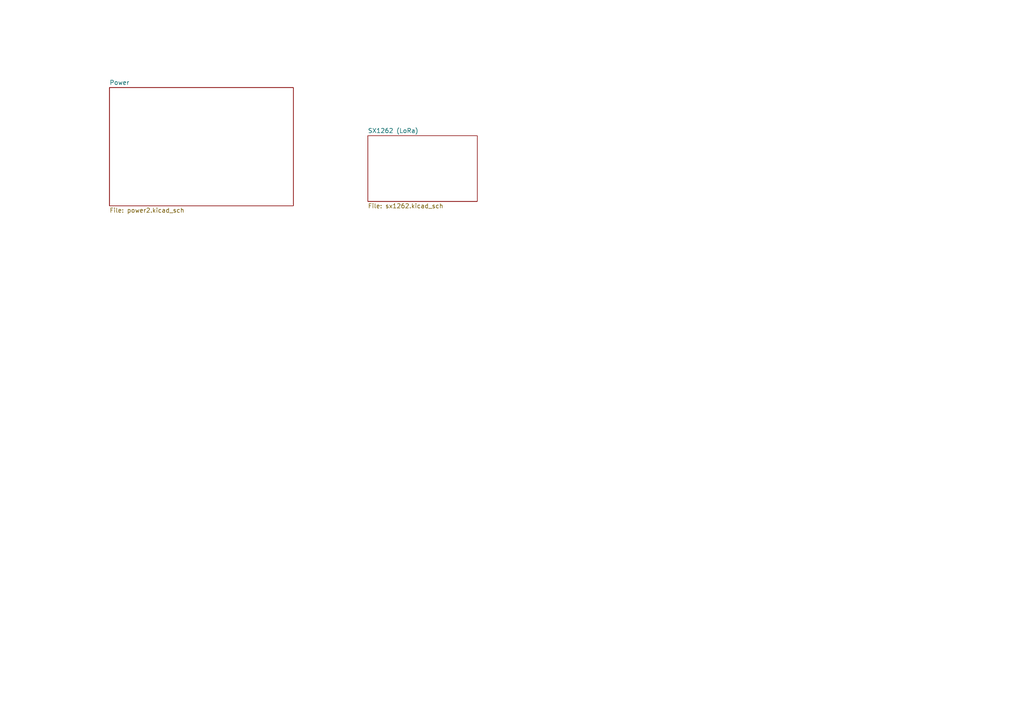
<source format=kicad_sch>
(kicad_sch
	(version 20231120)
	(generator "eeschema")
	(generator_version "8.0")
	(uuid "afe77874-1c95-4a2b-8f0b-ec733f6390cb")
	(paper "A4")
	(lib_symbols)
	(sheet
		(at 106.68 39.37)
		(size 31.75 19.05)
		(fields_autoplaced yes)
		(stroke
			(width 0.1524)
			(type solid)
		)
		(fill
			(color 0 0 0 0.0000)
		)
		(uuid "4cda5dd4-992d-471a-a199-4785eaf0be28")
		(property "Sheetname" "SX1262 (LoRa)"
			(at 106.68 38.6584 0)
			(effects
				(font
					(size 1.27 1.27)
				)
				(justify left bottom)
			)
		)
		(property "Sheetfile" "sx1262.kicad_sch"
			(at 106.68 59.0046 0)
			(effects
				(font
					(size 1.27 1.27)
				)
				(justify left top)
			)
		)
		(instances
			(project "DC-NetWatch"
				(path "/afe77874-1c95-4a2b-8f0b-ec733f6390cb"
					(page "3")
				)
			)
		)
	)
	(sheet
		(at 31.75 25.4)
		(size 53.34 34.29)
		(fields_autoplaced yes)
		(stroke
			(width 0.1524)
			(type solid)
		)
		(fill
			(color 0 0 0 0.0000)
		)
		(uuid "8814da0b-a83a-4936-91b3-95e8403ee8bc")
		(property "Sheetname" "Power"
			(at 31.75 24.6884 0)
			(effects
				(font
					(size 1.27 1.27)
				)
				(justify left bottom)
			)
		)
		(property "Sheetfile" "power2.kicad_sch"
			(at 31.75 60.2746 0)
			(effects
				(font
					(size 1.27 1.27)
				)
				(justify left top)
			)
		)
		(instances
			(project "DC-NetWatch"
				(path "/afe77874-1c95-4a2b-8f0b-ec733f6390cb"
					(page "2")
				)
			)
		)
	)
	(sheet_instances
		(path "/"
			(page "1")
		)
	)
)

</source>
